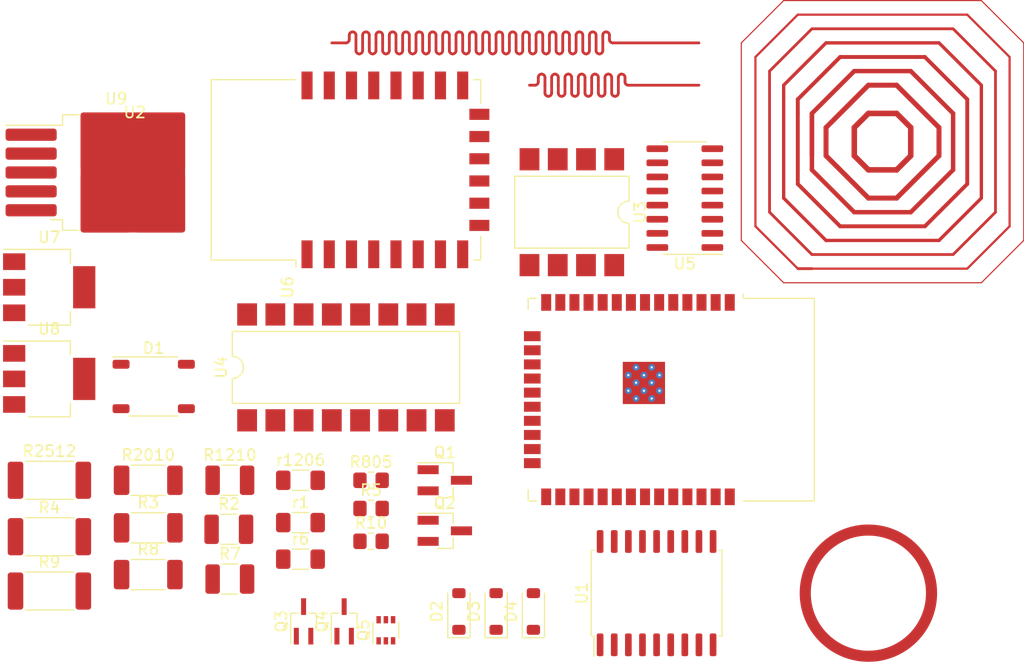
<source format=kicad_pcb>
(kicad_pcb (version 20221018) (generator pcbnew)
  (layers (0 "F.Cu" signal) (31 "B.Cu" signal) (34 "B.Paste" user) (35 "F.Paste" user) (36 "B.SilkS" user "B.Silkscreen") (37 "F.SilkS" user "F.Silkscreen") (38 "B.Mask" user) (39 "F.Mask" user) (44 "Edge.Cuts" user))
  (net 0 "")
  (net 23 "Net-(U2-GND-Pad1)")
  (footprint "Package_TO_SOT_SMD:SOT-323_SC-70_Handsoldering" (layer "F.Cu") (at 179.07 88.9 90)
    (fp_text reference "Q3")
    (fp_text value "2SC4213")
  )
  (footprint "Package_TO_SOT_SMD:SOT-23_Handsoldering" (layer "F.Cu") (at 191.77 76.2)
    (fp_text reference "Q1")
    (fp_text value "BC817")
  )
  (footprint "Package_TO_SOT_SMD:SOT-223-3_TabPin2" (layer "F.Cu") (at 156.19 58.825)
    (fp_text reference "U7")
    (fp_text value "AMS1117")
  )
  (footprint "Resistor_SMD:R_1210_3225Metric_Pad1.30x2.65mm_HandSolder" (layer "F.Cu") (at 172.345879 80.610834)
    (fp_text reference "R2")
    (fp_text value "R")
  )
  (footprint "Diode_SMD:D_SOD-123" (layer "F.Cu") (at 199.74 88.01 90)
    (fp_text reference "D4")
    (fp_text value "1N4148W")
  )
  (footprint "Package_TO_SOT_SMD:SOT-223-3_TabPin2" (layer "F.Cu") (at 156.19 67.075)
    (fp_text reference "U8")
    (fp_text value "AMS1117")
  )
  (footprint "Resistor_SMD:R_2512_6332Metric_Pad1.40x3.35mm_HandSolder" (layer "F.Cu") (at 156.21 86.17)
    (fp_text reference "R9")
    (fp_text value "R")
  )
  (footprint "Package_SO:SOIC-16_3.9x9.9mm_P1.27mm" (layer "F.Cu") (at 213.36 50.8 180)
    (fp_text reference "U5")
    (fp_text value "74HC595")
  )
  (footprint "Resistor_SMD:R_2512_6332Metric_Pad1.40x3.35mm_HandSolder" (layer "F.Cu") (at 156.21 81.28)
    (fp_text reference "R4")
    (fp_text value "R")
  )
  (footprint "Resistor_SMD:R_2010_5025Metric_Pad1.40x2.65mm_HandSolder" (layer "F.Cu") (at 165.1 80.48)
    (fp_text reference "R3")
    (fp_text value "R")
  )
  (footprint "Package_SO:TSSOP-4_4.4x5mm_P4mm" (layer "F.Cu") (at 165.59 67.755)
    (fp_text reference "D1")
    (fp_text value "MDB10S")
  )
  (footprint "Resistor_SMD:R_2512_6332Metric_Pad1.40x3.35mm_HandSolder" (layer "F.Cu") (at 156.21 76.2)
    (fp_text reference "R2512")
    (fp_text value "R")
  )
  (footprint "Resistor_SMD:R_0805_2012Metric_Pad1.20x1.40mm_HandSolder" (layer "F.Cu") (at 185.14 81.69)
    (fp_text reference "R10")
    (fp_text value "R")
  )
  (footprint "RF_Module:ESP32-WROOM-32D" (layer "F.Cu") (at 209.15 68.94 -90)
    (fp_text reference "U2")
    (fp_text value "ESP32-WROOM-32D")
  )
  (footprint "Package_TO_SOT_SMD:SOT-23_Handsoldering" (layer "F.Cu") (at 191.77 80.75)
    (fp_text reference "Q2")
    (fp_text value "BC817")
  )
  (footprint "RF_Module:ESP-12E" (layer "F.Cu") (at 182.88 48.26 90)
    (fp_text reference "U6")
    (fp_text value "ESP-12F")
  )
  (footprint "Resistor_SMD:R_1206_3216Metric_Pad1.30x1.75mm_HandSolder" (layer "F.Cu") (at 178.79 76.2)
    (fp_text reference "r1206")
    (fp_text value "R")
  )
  (footprint "Resistor_SMD:R_0805_2012Metric_Pad1.20x1.40mm_HandSolder" (layer "F.Cu") (at 185.14 78.74)
    (fp_text reference "R5")
    (fp_text value "R")
  )
  (footprint "Resistor_SMD:R_2010_5025Metric_Pad1.40x2.65mm_HandSolder" (layer "F.Cu") (at 165.1 76.2)
    (fp_text reference "R2010")
    (fp_text value "R")
  )
  (footprint "Resistor_SMD:R_1210_3225Metric_Pad1.30x2.65mm_HandSolder" (layer "F.Cu") (at 172.44 85.09)
    (fp_text reference "R7")
    (fp_text value "R")
  )
  (footprint "Resistor_SMD:R_1206_3216Metric_Pad1.30x1.75mm_HandSolder" (layer "F.Cu") (at 178.79 80.01)
    (fp_text reference "r1")
    (fp_text value "R")
  )
  (footprint "Package_DIP:SMDIP-8_W9.53mm" (layer "F.Cu") (at 203.2 52.07 -90)
    (fp_text reference "U3")
    (fp_text value "LTV-817S")
  )
  (footprint "Resistor_SMD:R_0805_2012Metric_Pad1.20x1.40mm_HandSolder" (layer "F.Cu") (at 185.14 76.2)
    (fp_text reference "R805")
    (fp_text value "R")
  )
  (footprint "Package_SO:SOIC-18W_7.5x11.6mm_P1.27mm" (layer "F.Cu") (at 210.82 86.36 90)
    (fp_text reference "U1")
    (fp_text value "ULN2803A")
  )
  (footprint "Diode_SMD:D_SOD-123" (layer "F.Cu") (at 193.04 88.01 90)
    (fp_text reference "D2")
    (fp_text value "1N4148W")
  )
  (footprint "Package_TO_SOT_SMD:TO-263-5_TabPin3" (layer "F.Cu") (at 162.215 48.495)
    (fp_text reference "U9")
    (fp_text value "LM2596S-3.3")
  )
  (footprint "Resistor_SMD:R_2010_5025Metric_Pad1.40x2.65mm_HandSolder" (layer "F.Cu") (at 165.1 84.69)
    (fp_text reference "R8")
    (fp_text value "R")
  )
  (footprint "Package_DIP:SMDIP-16_W9.53mm" (layer "F.Cu") (at 182.88 66.04 90)
    (fp_text reference "U4")
    (fp_text value "LTV-847S")
  )
  (footprint "Package_TO_SOT_SMD:SOT-363_SC-70-6" (layer "F.Cu") (at 186.47 89.7 90)
    (fp_text reference "Q5")
    (fp_text value "BC850W")
  )
  (footprint "Diode_SMD:D_SOD-123" (layer "F.Cu") (at 196.39 88.01 90)
    (fp_text reference "D3")
    (fp_text value "1N4148W")
  )
  (footprint "Resistor_SMD:R_1206_3216Metric_Pad1.30x1.75mm_HandSolder" (layer "F.Cu") (at 178.79 83.3)
    (fp_text reference "r6")
    (fp_text value "R")
  )
  (footprint "Resistor_SMD:R_1210_3225Metric_Pad1.30x2.65mm_HandSolder" (layer "F.Cu") (at 172.44 76.2)
    (fp_text reference "R1210")
    (fp_text value "R")
  )
  (footprint "Package_TO_SOT_SMD:SOT-323_SC-70_Handsoldering" (layer "F.Cu") (at 182.72 88.9 90)
    (fp_text reference "Q4")
    (fp_text value "BC817W")
  )
  (gr_circle (center 229.87 86.36) (end 235.549613 86.36) (stroke (width 1)) (fill none) (layer "F.Cu"))
  (segment (start 234.95 53.34) (end 238.76 49.53) (width 0.35) (layer "F.Cu") (net 0))
  (segment (start 206.78 40.64) (end 206.78 39.94) (width 0.25) (layer "F.Cu") (net 0))
  (segment (start 204.18 36.139203) (end 204.18 36.83) (width 0.25) (layer "F.Cu") (net 0))
  (segment (start 226.06 46.99) (end 226.06 44.45) (width 0.45) (layer "F.Cu") (net 0))
  (segment (start 185.58 37.520774) (end 185.58 36.83) (width 0.25) (layer "F.Cu") (net 0))
  (segment (start 191.58 36.83) (end 191.58 36.139226) (width 0.25) (layer "F.Cu") (net 0))
  (segment (start 207.38 39.94) (end 207.38 40.34) (width 0.25) (layer "F.Cu") (net 0))
  (segment (start 200.78 41.34) (end 200.78 40.64) (width 0.25) (layer "F.Cu") (net 0))
  (segment (start 191.58 37.520774) (end 191.58 36.83) (width 0.25) (layer "F.Cu") (net 0))
  (segment (start 201.98 41.34) (end 201.98 40.64) (width 0.25) (layer "F.Cu") (net 0))
  (segment (start 206.18 39.94) (end 206.18 40.64) (width 0.25) (layer "F.Cu") (net 0))
  (segment (start 237.49 55.88) (end 241.3 52.07) (width 0.25) (layer "F.Cu") (net 0))
  (segment (start 220.98 52.07) (end 224.79 55.88) (width 0.25) (layer "F.Cu") (net 0))
  (segment (start 197.58 37.520774) (end 197.58 36.83) (width 0.25) (layer "F.Cu") (net 0))
  (segment (start 196.38 37.520774) (end 196.38 36.83) (width 0.25) (layer "F.Cu") (net 0))
  (segment (start 240.03 58.42) (end 243.84 54.61) (width 0.1) (layer "F.Cu") (net 0))
  (segment (start 220.98 39.37) (end 220.98 52.07) (width 0.25) (layer "F.Cu") (net 0))
  (segment (start 204.38 41.34) (end 204.38 40.64) (width 0.25) (layer "F.Cu") (net 0))
  (segment (start 194.58 36.139226) (end 194.58 36.83) (width 0.25) (layer "F.Cu") (net 0))
  (segment (start 226.06 44.45) (end 229.87 40.64) (width 0.45) (layer "F.Cu") (net 0))
  (segment (start 202.38 37.520774) (end 202.38 36.83) (width 0.25) (layer "F.Cu") (net 0))
  (segment (start 184.98 36.83) (end 184.98 37.520774) (width 0.25) (layer "F.Cu") (net 0))
  (segment (start 186.18 36.139226) (end 186.18 36.83) (width 0.25) (layer "F.Cu") (net 0))
  (segment (start 195.78 36.83) (end 195.78 37.520774) (width 0.25) (layer "F.Cu") (net 0))
  (segment (start 195.18 36.83) (end 195.18 36.139226) (width 0.25) (layer "F.Cu") (net 0))
  (segment (start 228.6 46.99) (end 228.6 44.45) (width 0.5) (layer "F.Cu") (net 0))
  (segment (start 226.06 36.83) (end 222.25 40.64) (width 0.3) (layer "F.Cu") (net 0))
  (segment (start 205.58 40.64) (end 205.58 39.94) (width 0.25) (layer "F.Cu") (net 0))
  (segment (start 201.98 40.64) (end 201.98 39.94) (width 0.25) (layer "F.Cu") (net 0))
  (segment (start 192.78 36.83) (end 192.78 36.139226) (width 0.25) (layer "F.Cu") (net 0))
  (segment (start 228.6 46.99) (end 229.87 48.26) (width 0.5) (layer "F.Cu") (net 0))
  (segment (start 190.98 36.139226) (end 190.98 36.83) (width 0.25) (layer "F.Cu") (net 0))
  (segment (start 187.98 36.83) (end 187.98 36.139226) (width 0.25) (layer "F.Cu") (net 0))
  (segment (start 184.38 37.520774) (end 184.38 36.83) (width 0.25) (layer "F.Cu") (net 0))
  (segment (start 205.38 36.139226) (end 205.38 36.83) (width 0.25) (layer "F.Cu") (net 0))
  (segment (start 236.22 54.61) (end 240.03 50.8) (width 0.3) (layer "F.Cu") (net 0))
  (segment (start 192.18 36.139226) (end 192.18 36.83) (width 0.25) (layer "F.Cu") (net 0))
  (segment (start 194.58 36.83) (end 194.58 37.520774) (width 0.25) (layer "F.Cu") (net 0))
  (segment (start 242.57 53.34) (end 242.57 38.1) (width 0.2) (layer "F.Cu") (net 0))
  (segment (start 243.84 36.83) (end 240.03 33.02) (width 0.1) (layer "F.Cu") (net 0))
  (segment (start 190.38 37.520774) (end 190.38 36.83) (width 0.25) (layer "F.Cu") (net 0))
  (segment (start 236.22 46.99) (end 236.22 44.45) (width 0.45) (layer "F.Cu") (net 0))
  (segment (start 223.52 41.91) (end 223.52 43.18) (width 0.35) (layer "F.Cu") (net 0))
  (segment (start 232.41 48.26) (end 233.68 46.99) (width 0.5) (layer "F.Cu") (net 0))
  (segment (start 187.38 36.139226) (end 187.38 36.83) (width 0.25) (layer "F.Cu") (net 0))
  (segment (start 187.98 37.520774) (end 187.98 36.83) (width 0.25) (layer "F.Cu") (net 0))
  (segment (start 204.38 40.64) (end 204.38 39.94) (width 0.25) (layer "F.Cu") (net 0))
  (segment (start 222.25 58.42) (end 240.03 58.42) (width 0.1) (layer "F.Cu") (net 0))
  (segment (start 201.38 40.64) (end 201.38 41.34) (width 0.25) (layer "F.Cu") (net 0))
  (segment (start 200.58 36.139226) (end 200.58 36.83) (width 0.25) (layer "F.Cu") (net 0))
  (segment (start 199.88 40.64) (end 199.501527 40.64) (width 0.25) (layer "F.Cu") (net 0))
  (segment (start 241.3 39.37) (end 237.49 35.56) (width 0.25) (layer "F.Cu") (net 0))
  (segment (start 226.06 54.61) (end 236.22 54.61) (width 0.3) (layer "F.Cu") (net 0))
  (segment (start 218.44 36.83) (end 218.44 54.61) (width 0.1) (layer "F.Cu") (net 0))
  (segment (start 232.41 43.18) (end 229.87 43.18) (width 0.5) (layer "F.Cu") (net 0))
  (segment (start 204.98 39.94) (end 204.98 40.64) (width 0.25) (layer "F.Cu") (net 0))
  (segment (start 193.98 37.520774) (end 193.98 36.83) (width 0.25) (layer "F.Cu") (net 0))
  (segment (start 201.78 36.83) (end 201.78 37.520774) (width 0.25) (layer "F.Cu") (net 0))
  (segment (start 224.79 55.88) (end 237.49 55.88) (width 0.25) (layer "F.Cu") (net 0))
  (segment (start 227.33 53.34) (end 234.95 53.34) (width 0.35) (layer "F.Cu") (net 0))
  (segment (start 202.58 39.94) (end 202.58 40.64) (width 0.25) (layer "F.Cu") (net 0))
  (segment (start 199.38 36.139226) (end 199.38 36.83) (width 0.25) (layer "F.Cu") (net 0))
  (segment (start 186.78 37.520774) (end 186.78 36.83) (width 0.25) (layer "F.Cu") (net 0))
  (segment (start 203.18 41.34) (end 203.18 40.64) (width 0.25) (layer "F.Cu") (net 0))
  (segment (start 223.52 34.29) (end 219.71 38.1) (width 0.2) (layer "F.Cu") (net 0))
  (segment (start 190.98 36.83) (end 190.98 37.520774) (width 0.25) (layer "F.Cu") (net 0))
  (segment (start 205.38 36.83) (end 205.38 37.520797) (width 0.25) (layer "F.Cu") (net 0))
  (segment (start 229.87 43.18) (end 228.6 44.45) (width 0.5) (layer "F.Cu") (net 0))
  (segment (start 189.18 36.83) (end 189.18 36.139226) (width 0.25) (layer "F.Cu") (net 0))
  (segment (start 236.22 36.83) (end 226.06 36.83) (width 0.3) (layer "F.Cu") (net 0))
  (segment (start 204.78 37.520774) (end 204.78 36.83) (width 0.25) (layer "F.Cu") (net 0))
  (segment (start 219.71 53.34) (end 223.52 57.15) (width 0.2) (layer "F.Cu") (net 0))
  (segment (start 228.6 52.07) (end 233.68 52.07) (width 0.4) (layer "F.Cu") (net 0))
  (segment (start 188.58 36.139226) (end 188.58 36.83) (width 0.25) (layer "F.Cu") (net 0))
  (segment (start 219.71 38.1) (end 219.71 53.34) (width 0.2) (layer "F.Cu") (net 0))
  (segment (start 222.25 40.64) (end 222.25 50.8) (width 0.3) (layer "F.Cu") (net 0))
  (segment (start 195.18 37.520774) (end 195.18 36.83) (width 0.25) (layer "F.Cu") (net 0))
  (segment (start 206.18 40.64) (end 206.18 41.34) (width 0.25) (layer "F.Cu") (net 0))
  (segment (start 223.52 57.15) (end 238.76 57.15) (width 0.2) (layer "F.Cu") (net 0))
  (segment (start 203.78 39.94) (end 203.78 40.64) (width 0.25) (layer "F.Cu") (net 0))
  (segment (start 236.22 44.45) (end 232.41 40.64) (width 0.45) (layer "F.Cu") (net 0))
  (segment (start 196.98 36.83) (end 196.98 37.520774) (width 0.25) (layer "F.Cu") (net 0))
  (segment (start 233.68 46.99) (end 233.68 44.45) (width 0.5) (layer "F.Cu") (net 0))
  (segment (start 206.78 41.34) (end 206.78 40.64) (width 0.25) (layer "F.Cu") (net 0))
  (segment (start 193.38 36.139226) (end 193.38 36.83) (width 0.25) (layer "F.Cu") (net 0))
  (segment (start 198.78 37.520774) (end 198.78 36.83) (width 0.25) (layer "F.Cu") (net 0))
  (segment (start 193.98 36.83) (end 193.98 36.139226) (width 0.25) (layer "F.Cu") (net 0))
  (segment (start 186.18 36.83) (end 186.18 37.520774) (width 0.25) (layer "F.Cu") (net 0))
  (segment (start 199.38 36.83) (end 199.38 37.520774) (width 0.25) (layer "F.Cu") (net 0))
  (segment (start 205.98 37.520797) (end 205.98 36.83) (width 0.25) (layer "F.Cu") (net 0))
  (segment (start 222.25 33.02) (end 218.44 36.83) (width 0.1) (layer "F.Cu") (net 0))
  (segment (start 222.25 50.8) (end 226.06 54.61) (width 0.3) (layer "F.Cu") (net 0))
  (segment (start 199.98 36.83) (end 199.98 36.139226) (width 0.25) (layer "F.Cu") (net 0))
  (segment (start 203.58 36.83) (end 203.58 36.139203) (width 0.25) (layer "F.Cu") (net 0))
  (segment (start 184.98 36.139226) (end 184.98 36.83) (width 0.25) (layer "F.Cu") (net 0))
  (segment (start 195.78 36.139226) (end 195.78 36.83) (width 0.25) (layer "F.Cu") (net 0))
  (segment (start 233.68 44.45) (end 232.41 43.18) (width 0.5) (layer "F.Cu") (net 0))
  (segment (start 202.98 36.139203) (end 202.98 36.83) (width 0.25) (layer "F.Cu") (net 0))
  (segment (start 228.6 39.37) (end 224.79 43.18) (width 0.4) (layer "F.Cu") (net 0))
  (segment (start 202.38 36.83) (end 202.38 36.139203) (width 0.25) (layer "F.Cu") (net 0))
  (segment (start 183.78 36.53) (end 183.78 37.520774) (width 0.25) (layer "F.Cu") (net 0))
  (segment (start 183.18 36.53) (end 183.18 36.139226) (width 0.25) (layer "F.Cu") (net 0))
  (segment (start 187.38 36.83) (end 187.38 37.520774) (width 0.25) (layer "F.Cu") (net 0))
  (segment (start 233.68 39.37) (end 228.6 39.37) (width 0.4) (layer "F.Cu") (net 0))
  (segment (start 240.03 50.8) (end 240.03 40.64) (width 0.3) (layer "F.Cu") (net 0))
  (segment (start 204.98 40.64) (end 204.98 41.34) (width 0.25) (layer "F.Cu") (net 0))
  (segment (start 202.58 40.64) (end 202.58 41.34) (width 0.25) (layer "F.Cu") (net 0))
  (segment (start 188.58 36.83) (end 188.58 37.520774) (width 0.25) (layer "F.Cu") (net 0))
  (segment (start 224.79 48.26) (end 228.6 52.07) (width 0.4) (layer "F.Cu") (net 0))
  (segment (start 206.88 36.83) (end 214.63 36.83) (width 0.25) (layer "F.Cu") (net 0))
  (segment (start 242.57 38.1) (end 238.76 34.29) (width 0.2) (layer "F.Cu") (net 0))
  (segment (start 189.18 37.520774) (end 189.18 36.83) (width 0.25) (layer "F.Cu") (net 0))
  (segment (start 198.18 36.139226) (end 198.18 36.83) (width 0.25) (layer "F.Cu") (net 0))
  (segment (start 185.58 36.83) (end 185.58 36.139226) (width 0.25) (layer "F.Cu") (net 0))
  (segment (start 236.22 36.83) (end 240.03 40.64) (width 0.3) (layer "F.Cu") (net 0))
  (segment (start 184.38 36.83) (end 184.38 36.139226) (width 0.25) (layer "F.Cu") (net 0))
  (segment (start 203.18 40.64) (end 203.18 39.94) (width 0.25) (layer "F.Cu") (net 0))
  (segment (start 207.38 40.34) (end 207.38 41.34) (width 0.25) (layer "F.Cu") (net 0))
  (segment (start 224.79 46.99) (end 224.79 43.18) (width 0.4) (layer "F.Cu") (net 0))
  (segment (start 199.501527 40.64) (end 199.39 40.64) (width 0.25) (layer "F.Cu") (net 0))
  (segment (start 218.44 54.61) (end 222.25 58.42) (width 0.1) (layer "F.Cu") (net 0))
  (segment (start 207.98 40.34) (end 207.98 39.94) (width 0.25) (layer "F.Cu") (net 0))
  (segment (start 189.78 36.83) (end 189.78 37.520774) (width 0.25) (layer "F.Cu") (net 0))
  (segment (start 214.63 40.64) (end 208.28 40.64) (width 0.25) (layer "F.Cu") (net 0))
  (segment (start 189.78 36.139226) (end 189.78 36.83) (width 0.25) (layer "F.Cu") (net 0))
  (segment (start 200.78 40.64) (end 200.78 39.94) (width 0.25) (layer "F.Cu") (net 0))
  (segment (start 202.98 36.83) (end 202.98 37.520774) (width 0.25) (layer "F.Cu") (net 0))
  (segment (start 238.76 34.29) (end 223.52 34.29) (width 0.2) (layer "F.Cu") (net 0))
  (segment (start 204.78 36.83) (end 204.78 36.139226) (width 0.25) (layer "F.Cu") (net 0))
  (segment (start 232.41 50.8) (end 236.22 46.99) (width 0.45) (layer "F.Cu") (net 0))
  (segment (start 234.95 38.1) (end 227.33 38.1) (width 0.35) (layer "F.Cu") (net 0))
  (segment (start 192.78 37.520774) (end 192.78 36.83) (width 0.25) (layer "F.Cu") (net 0))
  (segment (start 238.76 57.15) (end 242.57 53.34) (width 0.2) (layer "F.Cu") (net 0))
  (segment (start 241.3 52.07) (end 241.3 39.37) (width 0.25) (layer "F.Cu") (net 0))
  (segment (start 196.98 36.139226) (end 196.98 36.83) (width 0.25) (layer "F.Cu") (net 0))
  (segment (start 199.98 37.520774) (end 199.98 36.83) (width 0.25) (layer "F.Cu") (net 0))
  (segment (start 205.58 41.34) (end 205.58 40.64) (width 0.25) (layer "F.Cu") (net 0))
  (segment (start 190.38 36.83) (end 190.38 36.139226) (width 0.25) (layer "F.Cu") (net 0))
  (segment (start 206.58 36.139226) (end 206.58 36.53) (width 0.25) (layer "F.Cu") (net 0))
  (segment (start 238.76 49.53) (end 238.76 41.91) (width 0.35) (layer "F.Cu") (net 0))
  (segment (start 203.58 37.520774) (end 203.58 36.83) (width 0.25) (layer "F.Cu") (net 0))
  (segment (start 201.18 37.520774) (end 201.18 36.83) (width 0.25) (layer "F.Cu") (net 0))
  (segment (start 203.78 40.64) (end 203.78 41.34) (width 0.25) (layer "F.Cu") (net 0))
  (segment (start 205.98 36.83) (end 205.98 36.139226) (width 0.25) (layer "F.Cu") (net 0))
  (segment (start 223.52 57.15) (end 224.79 57.15) (width 0.25) (layer "F.Cu") (net 0))
  (segment (start 198.78 36.83) (end 198.78 36.139226) (width 0.25) (layer "F.Cu") (net 0))
  (segment (start 181.61 36.83) (end 182.88 36.83) (width 0.25) (layer "F.Cu") (net 0))
  (segment (start 232.41 40.64) (end 229.87 40.64) (width 0.45) (layer "F.Cu") (net 0))
  (segment (start 229.87 50.8) (end 232.41 50.8) (width 0.45) (layer "F.Cu") (net 0))
  (segment (start 240.03 33.02) (end 222.25 33.02) (width 0.1) (layer "F.Cu") (net 0))
  (segment (start 237.49 43.18) (end 233.68 39.37) (width 0.4) (layer "F.Cu") (net 0))
  (segment (start 227.33 38.1) (end 223.52 41.91) (width 0.35) (layer "F.Cu") (net 0))
  (segment (start 192.18 36.83) (end 192.18 37.520774) (width 0.25) (layer "F.Cu") (net 0))
  (segment (start 183.78 36.139226) (end 183.78 36.53) (width 0.25) (layer "F.Cu") (net 0))
  (segment (start 237.49 35.56) (end 224.79 35.56) (width 0.25) (layer "F.Cu") (net 0))
  (segment (start 243.84 54.61) (end 243.84 36.83) (width 0.1) (layer "F.Cu") (net 0))
  (segment (start 198.18 36.83) (end 198.18 37.520774) (width 0.25) (layer "F.Cu") (net 0))
  (segment (start 224.79 35.56) (end 220.98 39.37) (width 0.25) (layer "F.Cu") (net 0))
  (segment (start 201.38 39.94) (end 201.38 40.64) (width 0.25) (layer "F.Cu") (net 0))
  (segment (start 193.38 36.83) (end 193.38 37.520774) (width 0.25) (layer "F.Cu") (net 0))
  (segment (start 229.87 48.26) (end 232.41 48.26) (width 0.5) (layer "F.Cu") (net 0))
  (segment (start 200.58 36.83) (end 200.58 37.520774) (width 0.25) (layer "F.Cu") (net 0))
  (segment (start 223.52 49.53) (end 227.33 53.34) (width 0.35) (layer "F.Cu") (net 0))
  (segment (start 197.58 36.83) (end 197.58 36.139226) (width 0.25) (layer "F.Cu") (net 0))
  (segment (start 196.38 36.83) (end 196.38 36.139226) (width 0.25) (layer "F.Cu") (net 0))
  (segment (start 223.52 49.53) (end 223.52 43.18) (width 0.35) (layer "F.Cu") (net 0))
  (segment (start 200.18 39.94) (end 200.18 40.34) (width 0.25) (layer "F.Cu") (net 0))
  (segment (start 238.76 41.91) (end 234.95 38.1) (width 0.35) (layer "F.Cu") (net 0))
  (segment (start 237.49 48.26) (end 237.49 43.18) (width 0.4) (layer "F.Cu") (net 0))
  (segment (start 233.68 52.07) (end 237.49 48.26) (width 0.4) (layer "F.Cu") (net 0))
  (segment (start 229.87 50.8) (end 226.06 46.99) (width 0.45) (layer "F.Cu") (net 0))
  (segment (start 201.78 36.139226) (end 201.78 36.83) (width 0.25) (layer "F.Cu") (net 0))
  (segment (start 186.78 36.83) (end 186.78 36.139226) (width 0.25) (layer "F.Cu") (net 0))
  (segment (start 204.18 36.83) (end 204.18 37.520774) (width 0.25) (layer "F.Cu") (net 0))
  (segment (start 224.79 43.18) (end 224.79 48.26) (width 0.4) (layer "F.Cu") (net 0))
  (segment (start 201.18 36.83) (end 201.18 36.139226) (width 0.25) (layer "F.Cu") (net 0))
  (arc (start 208.28 40.64) (mid 208.067868 40.552132) (end 207.98 40.34) (width 0.25) (layer "F.Cu") (net 0))
  (arc (start 185.88 35.839226) (mid 186.092132 35.927094) (end 186.18 36.139226) (width 0.25) (layer "F.Cu") (net 0))
  (arc (start 190.68 35.839226) (mid 190.892132 35.927094) (end 190.98 36.139226) (width 0.25) (layer "F.Cu") (net 0))
  (arc (start 202.38 36.139203) (mid 202.467868 35.927071) (end 202.68 35.839203) (width 0.25) (layer "F.Cu") (net 0))
  (arc (start 189.78 37.520774) (mid 189.867868 37.732906) (end 190.08 37.820774) (width 0.25) (layer "F.Cu") (net 0))
  (arc (start 204.48 37.820774) (mid 204.692132 37.732906) (end 204.78 37.520774) (width 0.25) (layer "F.Cu") (net 0))
  (arc (start 204.38 39.94) (mid 204.292132 39.727868) (end 204.08 39.64) (width 0.25) (layer "F.Cu") (net 0))
  (arc (start 189.48 35.839226) (mid 189.692132 35.927094) (end 189.78 36.139226) (width 0.25) (layer "F.Cu") (net 0))
  (arc (start 188.58 37.520774) (mid 188.667868 37.732906) (end 188.88 37.820774) (width 0.25) (layer "F.Cu") (net 0))
  (arc (start 185.58 36.139226) (mid 185.667868 35.927094) (end 185.88 35.839226) (width 0.25) (layer "F.Cu") (net 0))
  (arc (start 187.98 36.139226) (mid 188.067868 35.927094) (end 188.28 35.839226) (width 0.25) (layer "F.Cu") (net 0))
  (arc (start 201.98 39.94) (mid 201.892132 39.727868) (end 201.68 39.64) (width 0.25) (layer "F.Cu") (net 0))
  (arc (start 184.68 35.839226) (mid 184.892132 35.927094) (end 184.98 36.139226) (width 0.25) (layer "F.Cu") (net 0))
  (arc (start 204.68 41.64) (mid 204.467868 41.552132) (end 204.38 41.34) (width 0.25) (layer "F.Cu") (net 0))
  (arc (start 198.78 36.139226) (mid 198.867868 35.927094) (end 199.08 35.839226) (width 0.25) (layer "F.Cu") (net 0))
  (arc (start 205.88 41.64) (mid 205.667868 41.552132) (end 205.58 41.34) (width 0.25) (layer "F.Cu") (net 0))
  (arc (start 205.98 36.139226) (mid 206.067868 35.927094) (end 206.28 35.839226) (width 0.25) (layer "F.Cu") (net 0))
  (arc (start 188.28 35.839226) (mid 188.492132 35.927094) (end 188.58 36.139226) (width 0.25) (layer "F.Cu") (net 0))
  (arc (start 196.38 36.139226) (mid 196.467868 35.927094) (end 196.68 35.839226) (width 0.25) (layer "F.Cu") (net 0))
  (arc (start 186.78 36.139226) (mid 186.867868 35.927094) (end 187.08 35.839226) (width 0.25) (layer "F.Cu") (net 0))
  (arc (start 196.08 37.820774) (mid 196.292132 37.732906) (end 196.38 37.520774) (width 0.25) (layer "F.Cu") (net 0))
  (arc (start 193.38 37.520774) (mid 193.467868 37.732906) (end 193.68 37.820774) (width 0.25) (layer "F.Cu") (net 0))
  (arc (start 204.98 41.34) (mid 204.892132 41.552132) (end 204.68 41.64) (width 0.25) (layer "F.Cu") (net 0))
  (arc (start 195.78 37.520774) (mid 195.867868 37.732906) (end 196.08 37.820774) (width 0.25) (layer "F.Cu") (net 0))
  (arc (start 202.58 41.34) (mid 202.492132 41.552132) (end 202.28 41.64) (width 0.25) (layer "F.Cu") (net 0))
  (arc (start 184.08 37.820774) (mid 184.292132 37.732906) (end 184.38 37.520774) (width 0.25) (layer "F.Cu") (net 0))
  (arc (start 203.18 39.94) (mid 203.092132 39.727868) (end 202.88 39.64) (width 0.25) (layer "F.Cu") (net 0))
  (arc (start 204.08 39.64) (mid 203.867868 39.727868) (end 203.78 39.94) (width 0.25) (layer "F.Cu") (net 0))
  (arc (start 182.88 36.83) (mid 183.092132 36.742132) (end 183.18 36.53) (width 0.25) (layer "F.Cu") (net 0))
  (arc (start 193.68 37.820774) (mid 193.892132 37.732906) (end 193.98 37.520774) (width 0.25) (layer "F.Cu") (net 0))
  (arc (start 203.78 41.34) (mid 203.692132 41.552132) (end 203.48 41.64) (width 0.25) (layer "F.Cu") (net 0))
  (arc (start 202.08 37.820774) (mid 202.292132 37.732906) (end 202.38 37.520774) (width 0.25) (layer "F.Cu") (net 0))
  (arc (start 203.88 35.839203) (mid 204.092132 35.927071) (end 204.18 36.139203) (width 0.25) (layer "F.Cu") (net 0))
  (arc (start 193.08 35.839226) (mid 193.292132 35.927094) (end 193.38 36.139226) (width 0.25) (layer "F.Cu") (net 0))
  (arc (start 191.88 35.839226) (mid 192.092132 35.927094) (end 192.18 36.139226) (width 0.25) (layer "F.Cu") (net 0))
  (arc (start 194.88 37.820774) (mid 195.092132 37.732906) (end 195.18 37.520774) (width 0.25) (layer "F.Cu") (net 0))
  (arc (start 183.78 37.520774) (mid 183.867868 37.732906) (end 184.08 37.820774) (width 0.25) (layer "F.Cu") (net 0))
  (arc (start 191.58 36.139226) (mid 191.667868 35.927094) (end 191.88 35.839226) (width 0.25) (layer "F.Cu") (net 0))
  (arc (start 207.68 39.64) (mid 207.467868 39.727868) (end 207.38 39.94) (width 0.25) (layer "F.Cu") (net 0))
  (arc (start 206.78 39.94) (mid 206.692132 39.727868) (end 206.48 39.64) (width 0.25) (layer "F.Cu") (net 0))
  (arc (start 190.98 37.520774) (mid 191.067868 37.732906) (end 191.28 37.820774) (width 0.25) (layer "F.Cu") (net 0))
  (arc (start 187.08 35.839226) (mid 187.292132 35.927094) (end 187.38 36.139226) (width 0.25) (layer "F.Cu") (net 0))
  (arc (start 203.58 36.139203) (mid 203.667868 35.927071) (end 203.88 35.839203) (width 0.25) (layer "F.Cu") (net 0))
  (arc (start 201.18 36.139226) (mid 201.267868 35.927094) (end 201.48 35.839226) (width 0.25) (layer "F.Cu") (net 0))
  (arc (start 205.58 39.94) (mid 205.492132 39.727868) (end 205.28 39.64) (width 0.25) (layer "F.Cu") (net 0))
  (arc (start 186.18 37.520774) (mid 186.267868 37.732906) (end 186.48 37.820774) (width 0.25) (layer "F.Cu") (net 0))
  (arc (start 206.28 35.839226) (mid 206.492132 35.927094) (end 206.58 36.139226) (width 0.25) (layer "F.Cu") (net 0))
  (arc (start 201.48 35.839226) (mid 201.692132 35.927094) (end 201.78 36.139226) (width 0.25) (layer "F.Cu") (net 0))
  (arc (start 188.88 37.820774) (mid 189.092132 37.732906) (end 189.18 37.520774) (width 0.25) (layer "F.Cu") (net 0))
  (arc (start 202.98 37.520774) (mid 203.067868 37.732906) (end 203.28 37.820774) (width 0.25) (layer "F.Cu") (net 0))
  (arc (start 189.18 36.139226) (mid 189.267868 35.927094) (end 189.48 35.839226) (width 0.25) (layer "F.Cu") (net 0))
  (arc (start 201.68 39.64) (mid 201.467868 39.727868) (end 201.38 39.94) (width 0.25) (layer "F.Cu") (net 0))
  (arc (start 194.58 37.520774) (mid 194.667868 37.732906) (end 194.88 37.820774) (width 0.25) (layer "F.Cu") (net 0))
  (arc (start 186.48 37.820774) (mid 186.692132 37.732906) (end 186.78 37.520774) (width 0.25) (layer "F.Cu") (net 0))
  (arc (start 206.18 41.34) (mid 206.092132 41.552132) (end 205.88 41.64) (width 0.25) (layer "F.Cu") (net 0))
  (arc (start 206.58 36.53) (mid 206.667868 36.742132) (end 206.88 36.83) (width 0.25) (layer "F.Cu") (net 0))
  (arc (start 201.38 41.34) (mid 201.292132 41.552132) (end 201.08 41.64) (width 0.25) (layer "F.Cu") (net 0))
  (arc (start 185.28 37.820774) (mid 185.492132 37.732906) (end 185.58 37.520774) (width 0.25) (layer "F.Cu") (net 0))
  (arc (start 204.78 36.139226) (mid 204.867868 35.927094) (end 205.08 35.839226) (width 0.25) (layer "F.Cu") (net 0))
  (arc (start 200.88 37.820774) (mid 201.092132 37.732906) (end 201.18 37.520774) (width 0.25) (layer "F.Cu") (net 0))
  (arc (start 204.18 37.520774) (mid 204.267868 37.732906) (end 204.48 37.820774) (width 0.25) (layer "F.Cu") (net 0))
  (arc (start 202.28 41.64) (mid 202.067868 41.552132) (end 201.98 41.34) (width 0.25) (layer "F.Cu") (net 0))
  (arc (start 197.88 35.839226) (mid 198.092132 35.927094) (end 198.18 36.139226) (width 0.25) (layer "F.Cu") (net 0))
  (arc (start 190.38 36.139226) (mid 190.467868 35.927094) (end 190.68 35.839226) (width 0.25) (layer "F.Cu") (net 0))
  (arc (start 192.78 36.139226) (mid 192.867868 35.927094) (end 193.08 35.839226) (width 0.25) (layer "F.Cu") (net 0))
  (arc (start 193.98 36.139226) (mid 194.067868 35.927094) (end 194.28 35.839226) (width 0.25) (layer "F.Cu") (net 0))
  (arc (start 198.18 37.520774) (mid 198.267868 37.732906) (end 198.48 37.820774) (width 0.25) (layer "F.Cu") (net 0))
  (arc (start 184.98 37.520774) (mid 185.067868 37.732906) (end 185.28 37.820774) (width 0.25) (layer "F.Cu") (net 0))
  (arc (start 195.48 35.839226) (mid 195.692132 35.927094) (end 195.78 36.139226) (width 0.25) (layer "F.Cu") (net 0))
  (arc (start 200.28 35.839226) (mid 200.492132 35.927094) (end 200.58 36.139226) (width 0.25) (layer "F.Cu") (net 0))
  (arc (start 184.38 36.139226) (mid 184.467868 35.927094) (end 184.68 35.839226) (width 0.25) (layer "F.Cu") (net 0))
  (arc (start 187.38 37.520774) (mid 187.467868 37.732906) (end 187.68 37.820774) (width 0.25) (layer "F.Cu") (net 0))
  (arc (start 197.28 37.820774) (mid 197.492132 37.732906) (end 197.58 37.520774) (width 0.25) (layer "F.Cu") (net 0))
  (arc (start 202.68 35.839203) (mid 202.892132 35.927071) (end 202.98 36.139203) (width 0.25) (layer "F.Cu") (net 0))
  (arc (start 194.28 35.839226) (mid 194.492132 35.927094) (end 194.58 36.139226) (width 0.25) (layer "F.Cu") (net 0))
  (arc (start 183.18 36.139226) (mid 183.267868 35.927094) (end 183.48 35.839226) (width 0.25) (layer "F.Cu") (net 0))
  (arc (start 205.28 39.64) (mid 205.067868 39.727868) (end 204.98 39.94) (width 0.25) (layer "F.Cu") (net 0))
  (arc (start 199.98 36.139226) (mid 200.067868 35.927094) (end 200.28 35.839226) (width 0.25) (layer "F.Cu") (net 0))
  (arc (start 201.78 37.520774) (mid 201.867868 37.732906) (end 202.08 37.820774) (width 0.25) (layer "F.Cu") (net 0))
  (arc (start 195.18 36.139226) (mid 195.267868 35.927094) (end 195.48 35.839226) (width 0.25) (layer "F.Cu") (net 0))
  (arc (start 207.98 39.94) (mid 207.892132 39.727868) (end 207.68 39.64) (width 0.25) (layer "F.Cu") (net 0))
  (arc (start 199.38 37.520774) (mid 199.467868 37.732906) (end 199.68 37.820774) (width 0.25) (layer "F.Cu") (net 0))
  (arc (start 187.68 37.820774) (mid 187.892132 37.732906) (end 187.98 37.520774) (width 0.25) (layer "F.Cu") (net 0))
  (arc (start 203.28 37.820774) (mid 203.492132 37.732906) (end 203.58 37.520774) (width 0.25) (layer "F.Cu") (net 0))
  (arc (start 206.48 39.64) (mid 206.267868 39.727868) (end 206.18 39.94) (width 0.25) (layer "F.Cu") (net 0))
  (arc (start 198.48 37.820774) (mid 198.692132 37.732906) (end 198.78 37.520774) (width 0.25) (layer "F.Cu") (net 0))
  (arc (start 207.08 41.64) (mid 206.867868 41.552132) (end 206.78 41.34) (width 0.25) (layer "F.Cu") (net 0))
  (arc (start 200.48 39.64) (mid 200.267868 39.727868) (end 200.18 39.94) (width 0.25) (layer "F.Cu") (net 0))
  (arc (start 196.68 35.839226) (mid 196.892132 35.927094) (end 196.98 36.139226) (width 0.25) (layer "F.Cu") (net 0))
  (arc (start 202.88 39.64) (mid 202.667868 39.727868) (end 202.58 39.94) (width 0.25) (layer "F.Cu") (net 0))
  (arc (start 200.58 37.520774) (mid 200.667868 37.732906) (end 200.88 37.820774) (width 0.25) (layer "F.Cu") (net 0))
  (arc (start 197.58 36.139226) (mid 197.667868 35.927094) (end 197.88 35.839226) (width 0.25) (layer "F.Cu") (net 0))
  (arc (start 203.48 41.64) (mid 203.267868 41.552132) (end 203.18 41.34) (width 0.25) (layer "F.Cu") (net 0))
  (arc (start 200.18 40.34) (mid 200.092132 40.552132) (end 199.88 40.64) (width 0.25) (layer "F.Cu") (net 0))
  (arc (start 207.38 41.34) (mid 207.292132 41.552132) (end 207.08 41.64) (width 0.25) (layer "F.Cu") (net 0))
  (arc (start 192.48 37.820774) (mid 192.692132 37.732906) (end 192.78 37.520774) (width 0.25) (layer "F.Cu") (net 0))
  (arc (start 205.68 37.820797) (mid 205.892132 37.732929) (end 205.98 37.520797) (width 0.25) (layer "F.Cu") (net 0))
  (arc (start 205.08 35.839226) (mid 205.292132 35.927094) (end 205.38 36.139226) (width 0.25) (layer "F.Cu") (net 0))
  (arc (start 196.98 37.520774) (mid 197.067868 37.732906) (end 197.28 37.820774) (width 0.25) (layer "F.Cu") (net 0))
  (arc (start 205.38 37.520797) (mid 205.467868 37.732929) (end 205.68 37.820797) (width 0.25) (layer "F.Cu") (net 0))
  (arc (start 192.18 37.520774) (mid 192.267868 37.732906) (end 192.48 37.820774) (width 0.25) (layer "F.Cu") (net 0))
  (arc (start 190.08 37.820774) (mid 190.292132 37.732906) (end 190.38 37.520774) (width 0.25) (layer "F.Cu") (net 0))
  (arc (start 199.68 37.820774) (mid 199.892132 37.732906) (end 199.98 37.520774) (width 0.25) (layer "F.Cu") (net 0))
  (arc (start 200.78 39.94) (mid 200.692132 39.727868) (end 200.48 39.64) (width 0.25) (layer "F.Cu") (net 0))
  (arc (start 191.28 37.820774) (mid 191.492132 37.732906) (end 191.58 37.520774) (width 0.25) (layer "F.Cu") (net 0))
  (arc (start 183.48 35.839226) (mid 183.692132 35.927094) (end 183.78 36.139226) (width 0.25) (layer "F.Cu") (net 0))
  (arc (start 199.08 35.839226) (mid 199.292132 35.927094) (end 199.38 36.139226) (width 0.25) (layer "F.Cu") (net 0))
  (arc (start 201.08 41.64) (mid 200.867868 41.552132) (end 200.78 41.34) (width 0.25) (layer "F.Cu") (net 0))
)
</source>
